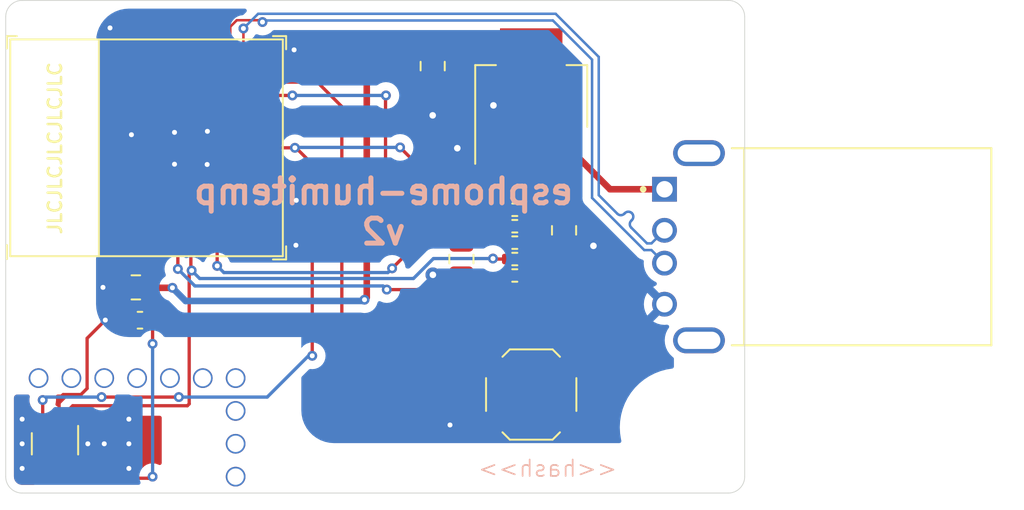
<source format=kicad_pcb>
(kicad_pcb (version 20221018) (generator pcbnew)
  (title_block (rev "1"))
  (layers (0 "F.Cu" signal "Front") (31 "B.Cu" signal "Back") (34 "B.Paste" user) (35 "F.Paste" user) (36 "B.SilkS" user "B.Silkscreen") (37 "F.SilkS" user "F.Silkscreen") (38 "B.Mask" user) (39 "F.Mask" user) (44 "Edge.Cuts" user))
  (net 0 "")
  (net 1 "VBUS")
  (net 2 "GND")
  (net 3 "+3V3")
  (net 4 "/EN")
  (net 5 "/GPIO0")
  (net 6 "D-")
  (net 7 "SDA")
  (net 8 "SCL")
  (net 9 "D+")
  (net 10 "Net-(U4-GPIO2{slash}ADC1_CH2)")
  (net 11 "Net-(U4-GPIO8)")
  (footprint "Resistor_SMD:R_0402_1005Metric" (layer "F.Cu") (at 121 66.75 180)
    (fp_text reference "R5" hide)
    (fp_text value "10k")
    (fp_line (start -0.153641 -0.38) (end 0.153641 -0.38) (stroke (width 0.12)) (layer "F.SilkS"))
    (fp_line (start -0.153641 0.38) (end 0.153641 0.38) (stroke (width 0.12)) (layer "F.SilkS"))
    (pad "1" smd roundrect (at -0.51 0 180) (size 0.54 0.64) (layers "F.Cu" "F.Paste" "F.Mask") (net 3 "+3V3"))
    (pad "2" smd roundrect (at 0.51 0 180) (size 0.54 0.64) (layers "F.Cu" "F.Paste" "F.Mask") (net 10 "Net-(U4-GPIO2{slash}ADC1_CH2)"))
  )
  (footprint "Capacitor_SMD:C_0805_2012Metric" (layer "F.Cu") (at 117.75 65.75 90)
    (fp_text reference "C4" hide)
    (fp_text value "10u")
    (fp_line (start -0.261252 -0.735) (end 0.261252 -0.735) (stroke (width 0.12)) (layer "F.SilkS"))
    (fp_line (start -0.261252 0.735) (end 0.261252 0.735) (stroke (width 0.12)) (layer "F.SilkS"))
    (pad "1" smd roundrect (at -0.95 0 90) (size 1 1.45) (layers "F.Cu" "F.Paste" "F.Mask") (net 2 "GND"))
    (pad "2" smd roundrect (at 0.95 0 90) (size 1 1.45) (layers "F.Cu" "F.Paste" "F.Mask") (net 4 "/EN"))
  )
  (footprint "MountingHole:MountingHole_3.2mm_M3" (layer "F.Cu") (at 131 76)
    (fp_text reference "H2" hide)
    (fp_text value "MountingHole")
    (pad "" np_thru_hole circle (at 0 0) (size 3.2 3.2) (drill 3.2) (layers "*.Cu" "*.Mask"))
  )
  (footprint "Resistor_SMD:R_0402_1005Metric" (layer "F.Cu") (at 121 63.75 180)
    (fp_text reference "R6" hide)
    (fp_text value "10k")
    (fp_line (start -0.153641 -0.38) (end 0.153641 -0.38) (stroke (width 0.12)) (layer "F.SilkS"))
    (fp_line (start -0.153641 0.38) (end 0.153641 0.38) (stroke (width 0.12)) (layer "F.SilkS"))
    (pad "1" smd roundrect (at -0.51 0 180) (size 0.54 0.64) (layers "F.Cu" "F.Paste" "F.Mask") (net 3 "+3V3"))
    (pad "2" smd roundrect (at 0.51 0 180) (size 0.54 0.64) (layers "F.Cu" "F.Paste" "F.Mask") (net 11 "Net-(U4-GPIO8)"))
  )
  (footprint "MountingHole:MountingHole_3.2mm_M3" (layer "F.Cu") (at 131 54)
    (fp_text reference "H1" hide)
    (fp_text value "MountingHole")
    (pad "" np_thru_hole circle (at 0 0) (size 3.2 3.2) (drill 3.2) (layers "*.Cu" "*.Mask"))
  )
  (footprint "Button_Switch_SMD:SW_Push_1P1T_XKB_TS-1187A" (layer "F.Cu") (at 122 74)
    (fp_text reference "SW1" hide)
    (fp_text value "RESET")
    (fp_line (start -2.75 -1) (end -2.75 1) (stroke (width 0.12)) (layer "F.SilkS"))
    (fp_line (start -1.75 -2.3) (end -1.3 -2.75) (stroke (width 0.12)) (layer "F.SilkS"))
    (fp_line (start -1.75 2.3) (end -1.3 2.75) (stroke (width 0.12)) (layer "F.SilkS"))
    (fp_line (start -1.3 -2.75) (end 1.3 -2.75) (stroke (width 0.12)) (layer "F.SilkS"))
    (fp_line (start -1.3 2.75) (end 1.3 2.75) (stroke (width 0.12)) (layer "F.SilkS"))
    (fp_line (start 1.75 -2.3) (end 1.3 -2.75) (stroke (width 0.12)) (layer "F.SilkS"))
    (fp_line (start 1.75 2.3) (end 1.3 2.75) (stroke (width 0.12)) (layer "F.SilkS"))
    (fp_line (start 2.75 -1) (end 2.75 1) (stroke (width 0.12)) (layer "F.SilkS"))
    (pad "1" smd rect (at -3 -1.875) (size 1 0.75) (layers "F.Cu" "F.Paste" "F.Mask") (net 5 "/GPIO0"))
    (pad "1" smd rect (at 3 -1.875) (size 1 0.75) (layers "F.Cu" "F.Paste" "F.Mask") (net 5 "/GPIO0"))
    (pad "2" smd rect (at -3 1.875) (size 1 0.75) (layers "F.Cu" "F.Paste" "F.Mask") (net 2 "GND"))
    (pad "2" smd rect (at 3 1.875) (size 1 0.75) (layers "F.Cu" "F.Paste" "F.Mask") (net 2 "GND"))
  )
  (footprint "Sensor_Humidity:Sensirion_DFN-8-1EP_2.5x2.5mm_P0.5mm_EP1.1x1.7mm" (layer "F.Cu") (at 93 77 -90)
    (fp_text reference "U1" hide)
    (fp_text value "SHT3x")
    (fp_line (start -1.09 -1.41) (end 0.65 -1.41) (stroke (width 0.12)) (layer "F.SilkS"))
    (fp_line (start -0.65 1.41) (end 0.65 1.41) (stroke (width 0.12)) (layer "F.SilkS"))
    (pad "1" smd rect (at -1.175 -0.75 270) (size 0.55 0.25) (layers "F.Cu" "F.Paste" "F.Mask") (net 7 "SDA"))
    (pad "2" smd rect (at -1.175 -0.25 270) (size 0.55 0.25) (layers "F.Cu" "F.Paste" "F.Mask") (net 2 "GND"))
    (pad "3" smd rect (at -1.175 0.25 270) (size 0.55 0.25) (layers "F.Cu" "F.Paste" "F.Mask"))
    (pad "4" smd rect (at -1.175 0.75 90) (size 0.55 0.25) (layers "F.Cu" "F.Paste" "F.Mask") (net 8 "SCL"))
    (pad "5" smd rect (at 1.175 0.75 270) (size 0.55 0.25) (layers "F.Cu" "F.Paste" "F.Mask") (net 3 "+3V3"))
    (pad "6" smd rect (at 1.175 0.25 270) (size 0.55 0.25) (layers "F.Cu" "F.Paste" "F.Mask"))
    (pad "7" smd rect (at 1.175 -0.25 270) (size 0.55 0.25) (layers "F.Cu" "F.Paste" "F.Mask") (net 2 "GND"))
    (pad "8" smd rect (at 1.175 -0.75 270) (size 0.55 0.25) (layers "F.Cu" "F.Paste" "F.Mask") (net 2 "GND"))
    (pad "9" smd custom (at 0 0 270) (size 1 1) (layers "F.Cu" "F.Mask") (net 2 "GND") (options (clearance outline) (anchor circle)) (primitives (gr_poly (pts (xy 0.5 0.85) (xy -0.5 0.85) (xy -0.5 -0.55) (xy -0.2 -0.85) (xy 0.5 -0.85)) (width 0) (fill yes))))
  )
  (footprint "Resistor_SMD:R_0402_1005Metric" (layer "F.Cu") (at 121 64.75 180)
    (fp_text reference "R4" hide)
    (fp_text value "10k")
    (fp_line (start -0.153641 -0.38) (end 0.153641 -0.38) (stroke (width 0.12)) (layer "F.SilkS"))
    (fp_line (start -0.153641 0.38) (end 0.153641 0.38) (stroke (width 0.12)) (layer "F.SilkS"))
    (pad "1" smd roundrect (at -0.51 0 180) (size 0.54 0.64) (layers "F.Cu" "F.Paste" "F.Mask") (net 3 "+3V3"))
    (pad "2" smd roundrect (at 0.51 0 180) (size 0.54 0.64) (layers "F.Cu" "F.Paste" "F.Mask") (net 4 "/EN"))
  )
  (footprint "Capacitor_SMD:C_0805_2012Metric" (layer "F.Cu") (at 124 64 -90)
    (fp_text reference "C1" hide)
    (fp_text value "1uF")
    (fp_line (start -0.261252 -0.735) (end 0.261252 -0.735) (stroke (width 0.12)) (layer "F.SilkS"))
    (fp_line (start -0.261252 0.735) (end 0.261252 0.735) (stroke (width 0.12)) (layer "F.SilkS"))
    (pad "1" smd roundrect (at -0.95 0 270) (size 1 1.45) (layers "F.Cu" "F.Paste" "F.Mask") (net 1 "VBUS"))
    (pad "2" smd roundrect (at 0.95 0 270) (size 1 1.45) (layers "F.Cu" "F.Paste" "F.Mask") (net 2 "GND"))
  )
  (footprint "Resistor_SMD:R_0402_1005Metric" (layer "F.Cu") (at 121 62.75 180)
    (fp_text reference "R3" hide)
    (fp_text value "10k")
    (fp_line (start -0.153641 -0.38) (end 0.153641 -0.38) (stroke (width 0.12)) (layer "F.SilkS"))
    (fp_line (start -0.153641 0.38) (end 0.153641 0.38) (stroke (width 0.12)) (layer "F.SilkS"))
    (pad "1" smd roundrect (at -0.51 0 180) (size 0.54 0.64) (layers "F.Cu" "F.Paste" "F.Mask") (net 3 "+3V3"))
    (pad "2" smd roundrect (at 0.51 0 180) (size 0.54 0.64) (layers "F.Cu" "F.Paste" "F.Mask") (net 8 "SCL"))
  )
  (footprint "Capacitor_SMD:C_0603_1608Metric" (layer "F.Cu") (at 98.175 69.475)
    (fp_text reference "C5" hide)
    (fp_text value "0.1u")
    (fp_line (start -0.14058 -0.51) (end 0.14058 -0.51) (stroke (width 0.12)) (layer "F.SilkS"))
    (fp_line (start -0.14058 0.51) (end 0.14058 0.51) (stroke (width 0.12)) (layer "F.SilkS"))
    (pad "1" smd roundrect (at -0.775 0) (size 0.9 0.95) (layers "F.Cu" "F.Paste" "F.Mask") (net 2 "GND"))
    (pad "2" smd roundrect (at 0.775 0) (size 0.9 0.95) (layers "F.Cu" "F.Paste" "F.Mask") (net 3 "+3V3"))
  )
  (footprint "Capacitor_SMD:C_0805_2012Metric" (layer "F.Cu") (at 116 54 -90)
    (fp_text reference "C2" hide)
    (fp_text value "1uF")
    (fp_line (start -0.261252 -0.735) (end 0.261252 -0.735) (stroke (width 0.12)) (layer "F.SilkS"))
    (fp_line (start -0.261252 0.735) (end 0.261252 0.735) (stroke (width 0.12)) (layer "F.SilkS"))
    (pad "1" smd roundrect (at -0.95 0 270) (size 1 1.45) (layers "F.Cu" "F.Paste" "F.Mask") (net 3 "+3V3"))
    (pad "2" smd roundrect (at 0.95 0 270) (size 1 1.45) (layers "F.Cu" "F.Paste" "F.Mask") (net 2 "GND"))
  )
  (footprint "Resistor_SMD:R_0402_1005Metric" (layer "F.Cu") (at 121 65.75 180)
    (fp_text reference "R2" hide)
    (fp_text value "10k")
    (fp_line (start -0.153641 -0.38) (end 0.153641 -0.38) (stroke (width 0.12)) (layer "F.SilkS"))
    (fp_line (start -0.153641 0.38) (end 0.153641 0.38) (stroke (width 0.12)) (layer "F.SilkS"))
    (pad "1" smd roundrect (at -0.51 0 180) (size 0.54 0.64) (layers "F.Cu" "F.Paste" "F.Mask") (net 3 "+3V3"))
    (pad "2" smd roundrect (at 0.51 0 180) (size 0.54 0.64) (layers "F.Cu" "F.Paste" "F.Mask") (net 7 "SDA"))
  )
  (footprint "esphome-humitemp:MOLEX_48037-0001" (layer "F.Cu") (at 132.217865 65 90)
    (fp_text reference "J2" hide)
    (fp_text value "USB_IN")
    (fp_line (start -6 2) (end -6 2.75) (stroke (width 0.127)) (layer "F.SilkS"))
    (fp_line (start -6 2.75) (end -6 17.8) (stroke (width 0.127)) (layer "F.SilkS"))
    (fp_line (start -6 2.75) (end 6 2.75) (stroke (width 0.127)) (layer "F.SilkS"))
    (fp_line (start -6 17.8) (end 6 17.8) (stroke (width 0.127)) (layer "F.SilkS"))
    (fp_line (start 6 2.75) (end 6 2) (stroke (width 0.127)) (layer "F.SilkS"))
    (fp_line (start 6 17.8) (end 6 2.75) (stroke (width 0.127)) (layer "F.SilkS"))
    (fp_circle (center 3.5 -3.4) (end 3.6 -3.4) (stroke (width 0.2)) (fill none) (layer "F.SilkS"))
    (pad "" np_thru_hole circle (at -2.25 0 90) (size 1.25 1.25) (drill 1.25) (layers "*.Cu" "*.Mask"))
    (pad "" np_thru_hole circle (at 2.25 0 90) (size 1.25 1.25) (drill 1.25) (layers "*.Cu" "*.Mask"))
    (pad "1" thru_hole rect (at 3.5 -2.1 90) (size 1.508 1.508) (drill 1) (layers "*.Cu" "*.Mask") (net 1 "VBUS"))
    (pad "2" thru_hole circle (at 1 -2.1 90) (size 1.508 1.508) (drill 1) (layers "*.Cu" "*.Mask") (net 6 "D-"))
    (pad "3" thru_hole circle (at -1 -2.1 90) (size 1.508 1.508) (drill 1) (layers "*.Cu" "*.Mask") (net 9 "D+"))
    (pad "4" thru_hole circle (at -3.5 -2.1 90) (size 1.508 1.508) (drill 1) (layers "*.Cu" "*.Mask") (net 2 "GND"))
    (pad "S1" thru_hole oval (at 5.7 0 90) (size 1.575 3.15) (drill oval 1.05 2.6) (layers "*.Cu" "*.Mask"))
    (pad "S2" thru_hole oval (at -5.7 0 90) (size 1.575 3.15) (drill oval 1.05 2.6) (layers "*.Cu" "*.Mask"))
  )
  (footprint "Capacitor_SMD:C_0805_2012Metric" (layer "F.Cu") (at 97.925 67.475)
    (fp_text reference "C6" hide)
    (fp_text value "10u")
    (fp_line (start -0.261252 -0.735) (end 0.261252 -0.735) (stroke (width 0.12)) (layer "F.SilkS"))
    (fp_line (start -0.261252 0.735) (end 0.261252 0.735) (stroke (width 0.12)) (layer "F.SilkS"))
    (pad "1" smd roundrect (at -0.95 0) (size 1 1.45) (layers "F.Cu" "F.Paste" "F.Mask") (net 2 "GND"))
    (pad "2" smd roundrect (at 0.95 0) (size 1 1.45) (layers "F.Cu" "F.Paste" "F.Mask") (net 3 "+3V3"))
  )
  (footprint "Package_TO_SOT_SMD:SOT-223-3_TabPin2" (layer "F.Cu") (at 122 55.85 90)
    (fp_text reference "U3" hide)
    (fp_text value "AMS1117-3.3")
    (fp_line (start -4.1 -3.41) (end 1.91 -3.41) (stroke (width 0.12)) (layer "F.SilkS"))
    (fp_line (start -1.85 3.41) (end 1.91 3.41) (stroke (width 0.12)) (layer "F.SilkS"))
    (fp_line (start 1.91 -3.41) (end 1.91 -2.15) (stroke (width 0.12)) (layer "F.SilkS"))
    (fp_line (start 1.91 3.41) (end 1.91 2.15) (stroke (width 0.12)) (layer "F.SilkS"))
    (pad "1" smd rect (at -3.15 -2.3 90) (size 2 1.5) (layers "F.Cu" "F.Paste" "F.Mask") (net 2 "GND"))
    (pad "2" smd rect (at -3.15 0 90) (size 2 1.5) (layers "F.Cu" "F.Paste" "F.Mask") (net 3 "+3V3"))
    (pad "2" smd rect (at 3.15 0 90) (size 2 3.8) (layers "F.Cu" "F.Paste" "F.Mask") (net 3 "+3V3"))
    (pad "3" smd rect (at -3.15 2.3 90) (size 2 1.5) (layers "F.Cu" "F.Paste" "F.Mask") (net 1 "VBUS"))
  )
  (footprint "Espressif:ESP32-C3-MINI-1" (layer "F.Cu") (at 98.575 58.975 90)
    (fp_text reference "U4" hide)
    (fp_text value "ESP32-C3-MINI-1")
    (fp_line (start -6.8 7.7) (end -6.8 8.5) (stroke (width 0.12)) (layer "F.SilkS"))
    (fp_line (start -6.8 8.5) (end -6 8.5) (stroke (width 0.12)) (layer "F.SilkS"))
    (fp_line (start -6.6 -8.3) (end 6.6 -8.3) (stroke (width 0.12)) (layer "F.SilkS"))
    (fp_line (start -6.6 -2.9) (end 6.6 -2.9) (stroke (width 0.12)) (layer "F.SilkS"))
    (fp_line (start -6.6 8.3) (end -6.6 -8.3) (stroke (width 0.12)) (layer "F.SilkS"))
    (fp_line (start -5.925 -8.5) (end -6.775 -8.5) (stroke (width 0.12)) (layer "F.SilkS"))
    (fp_line (start 6.05 -8.5) (end 6.8 -8.5) (stroke (width 0.12)) (layer "F.SilkS"))
    (fp_line (start 6.6 -8.3) (end 6.6 8.3) (stroke (width 0.12)) (layer "F.SilkS"))
    (fp_line (start 6.6 8.3) (end -6.6 8.3) (stroke (width 0.12)) (layer "F.SilkS"))
    (fp_line (start 6.8 -8.5) (end 6.8 -7.9) (stroke (width 0.12)) (layer "F.SilkS"))
    (fp_line (start 6.8 7.7) (end 6.8 8.5) (stroke (width 0.12)) (layer "F.SilkS"))
    (fp_line (start 6.8 8.5) (end 6 8.5) (stroke (width 0.12)) (layer "F.SilkS"))
    (pad "1" smd rect (at -5.9 -1.3 180) (size 0.4 0.8) (layers "F.Cu" "F.Paste" "F.Mask") (net 2 "GND"))
    (pad "2" smd rect (at -5.9 -0.5 180) (size 0.4 0.8) (layers "F.Cu" "F.Paste" "F.Mask") (net 2 "GND"))
    (pad "3" smd rect (at -5.9 0.3 180) (size 0.4 0.8) (layers "F.Cu" "F.Paste" "F.Mask") (net 3 "+3V3"))
    (pad "4" smd rect (at -5.9 1.1 180) (size 0.4 0.8) (layers "F.Cu" "F.Paste" "F.Mask"))
    (pad "5" smd rect (at -5.9 1.9 180) (size 0.4 0.8) (layers "F.Cu" "F.Paste" "F.Mask") (net 10 "Net-(U4-GPIO2{slash}ADC1_CH2)"))
    (pad "6" smd rect (at -5.9 2.7 180) (size 0.4 0.8) (layers "F.Cu" "F.Paste" "F.Mask") (net 7 "SDA"))
    (pad "7" smd rect (at -5.9 3.5 180) (size 0.4 0.8) (layers "F.Cu" "F.Paste" "F.Mask"))
    (pad "8" smd rect (at -5.9 4.3 180) (size 0.4 0.8) (layers "F.Cu" "F.Paste" "F.Mask") (net 4 "/EN"))
    (pad "9" smd rect (at -5.9 5.1 180) (size 0.4 0.8) (layers "F.Cu" "F.Paste" "F.Mask"))
    (pad "10" smd rect (at -5.9 5.9 180) (size 0.4 0.8) (layers "F.Cu" "F.Paste" "F.Mask"))
    (pad "11" smd rect (at -5.9 6.7 180) (size 0.4 0.8) (layers "F.Cu" "F.Paste" "F.Mask") (net 2 "GND"))
    (pad "12" smd rect (at -4.8 7.6 90) (size 0.4 0.8) (layers "F.Cu" "F.Paste" "F.Mask"))
    (pad "13" smd rect (at -4 7.6 90) (size 0.4 0.8) (layers "F.Cu" "F.Paste" "F.Mask"))
    (pad "14" smd rect (at -3.2 7.6 90) (size 0.4 0.8) (layers "F.Cu" "F.Paste" "F.Mask") (net 2 "GND"))
    (pad "15" smd rect (at -2.4 7.6 90) (size 0.4 0.8) (layers "F.Cu" "F.Paste" "F.Mask"))
    (pad "16" smd rect (at -1.6 7.6 90) (size 0.4 0.8) (layers "F.Cu" "F.Paste" "F.Mask"))
    (pad "17" smd rect (at -0.8 7.6 90) (size 0.4 0.8) (layers "F.Cu" "F.Paste" "F.Mask"))
    (pad "18" smd rect (at 0 7.6 90) (size 0.4 0.8) (layers "F.Cu" "F.Paste" "F.Mask") (net 8 "SCL"))
    (pad "19" smd rect (at 0.8 7.6 90) (size 0.4 0.8) (layers "F.Cu" "F.Paste" "F.Mask"))
    (pad "20" smd rect (at 1.6 7.6 90) (size 0.4 0.8) (layers "F.Cu" "F.Paste" "F.Mask"))
    (pad "21" smd rect (at 2.4 7.6 90) (size 0.4 0.8) (layers "F.Cu" "F.Paste" "F.Mask"))
    (pad "22" smd rect (at 3.2 7.6 90) (size 0.4 0.8) (layers "F.Cu" "F.Paste" "F.Mask") (net 11 "Net-(U4-GPIO8)"))
    (pad "23" smd rect (at 4 7.6 90) (size 0.4 0.8) (layers "F.Cu" "F.Paste" "F.Mask") (net 5 "/GPIO0"))
    (pad "24" smd rect (at 4.8 7.6 90) (size 0.4 0.8) (layers "F.Cu" "F.Paste" "F.Mask"))
    (pad "25" smd rect (at 5.9 6.7 180) (size 0.4 0.8) (layers "F.Cu" "F.Paste" "F.Mask"))
    (pad "26" smd rect (at 5.9 5.9 180) (size 0.4 0.8) (layers "F.Cu" "F.Paste" "F.Mask") (net 6 "D-"))
    (pad "27" smd rect (at 5.9 5.1 180) (size 0.4 0.8) (layers "F.Cu" "F.Paste" "F.Mask") (net 9 "D+"))
    (pad "28" smd rect (at 5.9 4.3 180) (size 0.4 0.8) (layers "F.Cu" "F.Paste" "F.Mask"))
    (pad "29" smd rect (at 5.9 3.5 180) (size 0.4 0.8) (layers "F.Cu" "F.Paste" "F.Mask"))
    (pad "30" smd rect (at 5.9 2.7 180) (size 0.4 0.8) (layers "F.Cu" "F.Paste" "F.Mask"))
    (pad "31" smd rect (at 5.9 1.9 180) (size 0.4 0.8) (layers "F.Cu" "F.Paste" "F.Mask"))
    (pad "32" smd rect (at 5.9 1.1 180) (size 0.4 0.8) (layers "F.Cu" "F.Paste" "F.Mask"))
    (pad "33" smd rect (at 5.9 0.3 180) (size 0.4 0.8) (layers "F.Cu" "F.Paste" "F.Mask"))
    (pad "34" smd rect (at 5.9 -0.5 180) (size 0.4 0.8) (layers "F.Cu" "F.Paste" "F.Mask"))
    (pad "35" smd rect (at 5.9 -1.3 180) (size 0.4 0.8) (layers "F.Cu" "F.Paste" "F.Mask"))
    (pad "36" smd rect (at 4.8 -2.2 90) (size 0.4 0.8) (layers "F.Cu" "F.Paste" "F.Mask") (net 2 "GND"))
    (pad "37" smd rect (at 4 -2.2 90) (size 0.4 0.8) (layers "F.Cu" "F.Paste" "F.Mask") (net 2 "GND"))
    (pad "38" smd rect (at 3.2 -2.2 90) (size 0.4 0.8) (layers "F.Cu" "F.Paste" "F.Mask") (net 2 "GND"))
    (pad "39" smd rect (at 2.4 -2.2 90) (size 0.4 0.8) (layers "F.Cu" "F.Paste" "F.Mask") (net 2 "GND"))
    (pad "40" smd rect (at 1.6 -2.2 90) (size 0.4 0.8) (layers "F.Cu" "F.Paste" "F.Mask") (net 2 "GND"))
    (pad "41" smd rect (at 0.8 -2.2 90) (size 0.4 0.8) (layers "F.Cu" "F.Paste" "F.Mask") (net 2 "GND"))
    (pad "42" smd rect (at 0 -2.2 90) (size 0.4 0.8) (layers "F.Cu" "F.Paste" "F.Mask") (net 2 "GND"))
    (pad "43" smd rect (at -0.8 -2.2 90) (size 0.4 0.8) (layers "F.Cu" "F.Paste" "F.Mask") (net 2 "GND"))
    (pad "44" smd rect (at -1.6 -2.2 90) (size 0.4 0.8) (layers "F.Cu" "F.Paste" "F.Mask") (net 2 "GND"))
    (pad "45" smd rect (at -2.4 -2.2 90) (size 0.4 0.8) (layers "F.Cu" "F.Paste" "F.Mask") (net 2 "GND"))
    (pad "46" smd rect (at -3.2 -2.2 90) (size 0.4 0.8) (layers "F.Cu" "F.Paste" "F.Mask") (net 2 "GND"))
    (pad "47" smd rect (at -4 -2.2 90) (size 0.4 0.8) (layers "F.Cu" "F.Paste" "F.Mask") (net 2 "GND"))
    (pad "48" smd rect (at -4.8 -2.2 90) (size 0.4 0.8) (layers "F.Cu" "F.Paste" "F.Mask") (net 2 "GND"))
    (pad "49" smd custom (at -1.975 0.725 90) (size 0.8 0.8) (layers "F.Cu" "F.Paste" "F.Mask") (net 2 "GND") (options (clearance outline) (anchor rect)) (primitives (gr_poly (pts (xy 0.725 0.725) (xy -0.725 0.725) (xy -0.725 -0.125) (xy -0.125 -0.725) (xy 0.725 -0.725)) (width 0) (fill yes))))
    (pad "49" smd rect (at -1.975 2.7 180) (size 1.45 1.45) (layers "F.Cu" "F.Paste" "F.Mask") (net 2 "GND"))
    (pad "49" smd rect (at -1.975 4.675 180) (size 1.45 1.45) (layers "F.Cu" "F.Paste" "F.Mask") (net 2 "GND"))
    (pad "49" smd rect (at 0 0.725 180) (size 1.45 1.45) (layers "F.Cu" "F.Paste" "F.Mask") (net 2 "GND"))
    (pad "49" smd rect (at 0 2.7 180) (size 1.45 1.45) (layers "F.Cu" "F.Paste" "F.Mask") (net 2 "GND"))
    (pad "49" smd rect (at 0 4.675 180) (size 1.45 1.45) (layers "F.Cu" "F.Paste" "F.Mask") (net 2 "GND"))
    (pad "49" smd rect (at 1.975 0.725 180) (size 1.45 1.45) (layers "F.Cu" "F.Paste" "F.Mask") (net 2 "GND"))
    (pad "49" smd rect (at 1.975 2.7 180) (size 1.45 1.45) (layers "F.Cu" "F.Paste" "F.Mask") (net 2 "GND"))
    (pad "49" smd rect (at 1.975 4.675 180) (size 1.45 1.45) (layers "F.Cu" "F.Paste" "F.Mask") (net 2 "GND"))
    (pad "50" smd rect (at 5.95 -2.25 180) (size 0.7 0.7) (layers "F.Cu" "F.Paste" "F.Mask") (net 2 "GND"))
    (pad "51" smd rect (at 5.95 7.65 180) (size 0.7 0.7) (layers "F.Cu" "F.Paste" "F.Mask") (net 2 "GND"))
    (pad "52" smd rect (at -5.95 7.65 180) (size 0.7 0.7) (layers "F.Cu" "F.Paste" "F.Mask") (net 2 "GND"))
    (pad "53" smd rect (at -5.95 -2.25 180) (size 0.7 0.7) (layers "F.Cu" "F.Paste" "F.Mask") (net 2 "GND"))
    (zone (net 0) (net_name "") (layers "*.Cu") (name "antenna keepout") (connect_pads (clearance 0)) (min_thickness 0.254)
      (keepout (tracks not_allowed) (vias not_allowed) (pads not_allowed) (copperpour not_allowed) (footprints not_allowed))
      (fill (thermal_gap 0.508) (thermal_bridge_width 0.508))
      (polygon (pts (xy 95.675 52.375) (xy 95.675 65.575) (xy 90.275 65.575) (xy 90.275 52.375)))
    )
  )
  (gr_arc (start 135 79) (mid 134.707107 79.707107) (end 134 80) (stroke (width 0.05)) (layer "Edge.Cuts"))
  (gr_arc (start 90 51) (mid 90.292893 50.292893) (end 91 50) (stroke (width 0.05)) (layer "Edge.Cuts"))
  (gr_arc (start 134 50) (mid 134.707107 50.292893) (end 135 51) (stroke (width 0.05)) (layer "Edge.Cuts"))
  (gr_line (start 91 80) (end 134 80) (stroke (width 0.05)) (layer "Edge.Cuts"))
  (gr_arc (start 91 80) (mid 90.292893 79.707107) (end 90 79) (stroke (width 0.05)) (layer "Edge.Cuts"))
  (gr_line (start 135 79) (end 135 51) (stroke (width 0.05)) (layer "Edge.Cuts"))
  (gr_line (start 90 51) (end 90 79) (stroke (width 0.05)) (layer "Edge.Cuts"))
  (gr_line (start 134 50) (end 91 50) (stroke (width 0.05)) (layer "Edge.Cuts"))
  (gr_text "esphome-humitemp\nv2" (at 113 62.865) (layer "B.SilkS") (effects (font (size 1.524 1.524) (thickness 0.3048)) (justify mirror)))
  (gr_text "<<hash>>" (at 123 78.5) (layer "B.SilkS") (effects (font (size 1 1) (thickness 0.1)) (justify mirror)))
  (gr_text "JLCJLCJLCJLCJLC" (at 93 59 90) (layer "F.SilkS") (effects (font (size 0.8128 0.8128) (thickness 0.1524))))
  (via (at 104 77) (size 1.2) (drill 1) (layers "F.Cu" "B.Cu") (net 0))
  (via (at 100 73) (size 1.2) (drill 1) (layers "F.Cu" "B.Cu") (net 0))
  (via (at 102 73) (size 1.2) (drill 1) (layers "F.Cu" "B.Cu") (net 0))
  (via (at 92 73) (size 1.2) (drill 1) (layers "F.Cu" "B.Cu") (net 0))
  (via (at 104 79) (size 1.2) (drill 1) (layers "F.Cu" "B.Cu") (net 0))
  (via (at 98 73) (size 1.2) (drill 1) (layers "F.Cu" "B.Cu") (net 0))
  (via (at 104 73) (size 1.2) (drill 1) (layers "F.Cu" "B.Cu") (net 0))
  (via (at 104 75) (size 1.2) (drill 1) (layers "F.Cu" "B.Cu") (net 0))
  (via (at 94 73) (size 1.2) (drill 1) (layers "F.Cu" "B.Cu") (net 0))
  (via (at 96 73) (size 1.2) (drill 1) (layers "F.Cu" "B.Cu") (net 0))
  (segment (start 124.3 59) (end 124.3 62.75) (width 0.4) (layer "F.Cu") (net 1))
  (segment (start 124.3 62.75) (end 124 63.05) (width 0.4) (layer "F.Cu") (net 1))
  (segment (start 130.117865 61.5) (end 126.8 61.5) (width 0.4) (layer "F.Cu") (net 1))
  (segment (start 126.8 61.5) (end 124.3 59) (width 0.4) (layer "F.Cu") (net 1))
  (segment (start 93.25 74.25) (end 93.25 75.825) (width 0.2) (layer "F.Cu") (net 2))
  (segment (start 96.375 58.975) (end 99.3 58.975) (width 0.2) (layer "F.Cu") (net 2))
  (segment (start 93.75 78.175) (end 93.25 78.175) (width 0.2) (layer "F.Cu") (net 2))
  (segment (start 95 77) (end 96 77) (width 0.2) (layer "F.Cu") (net 2))
  (segment (start 93 77) (end 93.25 76.75) (width 0.2) (layer "F.Cu") (net 2))
  (segment (start 102.278125 57.971875) (end 102.281923 57.971875) (width 0.2) (layer "F.Cu") (net 2))
  (segment (start 100.335474 58.035474) (end 102.266024 59.966024) (width 0.2) (layer "F.Cu") (net 2))
  (segment (start 119.699999 56.392456) (end 119.7 56.392457) (width 0.4) (layer "F.Cu") (net 2))
  (segment (start 116.022612 66.7) (end 116.011279 66.711333) (width 0.2) (layer "F.Cu") (net 2))
  (segment (start 96.065157 69.467327) (end 94.956054 70.57643) (width 0.2) (layer "F.Cu") (net 2))
  (segment (start 96.325 53.025) (end 96.325 51.701962) (width 0.2) (layer "F.Cu") (net 2))
  (segment (start 124 64.95) (end 125.786039 64.95) (width 0.2) (layer "F.Cu") (net 2))
  (segment (start 99.3 57) (end 100.278566 57.978566) (width 0.2) (layer "F.Cu") (net 2))
  (segment (start 99.3 60.95) (end 100.274768 59.975232) (width 0.2) (layer "F.Cu") (net 2))
  (segment (start 97.4 69.475) (end 96.07283 69.475) (width 0.2) (layer "F.Cu") (net 2))
  (segment (start 93 77) (end 93.25 77.25) (width 0.2) (layer "F.Cu") (net 2))
  (segment (start 100.274768 59.975232) (end 100.278566 59.975232) (width 0.2) (layer "F.Cu") (net 2))
  (segment (start 100.278566 59.975232) (end 100.278566 59.971434) (width 0.2) (layer "F.Cu") (net 2))
  (segment (start 116 54.95) (end 116 57) (width 0.4) (layer "F.Cu") (net 2))
  (segment (start 99.3 57) (end 103.25 57) (width 0.2) (layer "F.Cu") (net 2))
  (segment (start 107.692792 62.175) (end 107.693107 62.174685) (width 0.2) (layer "F.Cu") (net 2))
  (segment (start 106.175 62.175) (end 107.692792 62.175) (width 0.2) (layer "F.Cu") (net 2))
  (segment (start 125.786039 64.95) (end 125.789568 64.946471) (width 0.2) (layer "F.Cu") (net 2))
  (segment (start 96.375 58.175) (end 97.651552 58.175) (width 0.2) (layer "F.Cu") (net 2))
  (segment (start 96.325 64.925) (end 98.025 64.925) (width 0.2) (layer "F.Cu") (net 2))
  (segment (start 117.75 66.7) (end 116.022612 66.7) (width 0.2) (layer "F.Cu") (net 2))
  (segment (start 106.225 64.925) (end 107.656333 64.925) (width 0.2) (layer "F.Cu") (net 2))
  (segment (start 102.266024 59.991132) (end 102.291132 59.991132) (width 0.2) (layer "F.Cu") (net 2))
  (segment (start 94.956054 73.628724) (end 94.584778 74) (width 0.2) (layer "F.Cu") (net 2))
  (segment (start 107.656333 64.925) (end 107.671907 64.909426) (width 0.2) (layer "F.Cu") (net 2))
  (segment (start 93 77) (end 95 77) (width 0.2) (layer "F.Cu") (net 2))
  (segment (start 117.076017 75.875) (end 117.055287 75.85427) (width 0.2) (layer "F.Cu") (net 2))
  (segment (start 105.275 64.875) (end 106.175 64.875) (width 0.2) (layer "F.Cu") (net 2))
  (segment (start 119.7 59) (end 117.5 59) (width 0.4) (layer "F.Cu") (net 2))
  (segment (start 103.25 57) (end 103.25 60.95) (width 0.2) (layer "F.Cu") (net 2))
  (segment (start 100.278566 57.978566) (end 100.278566 58.035474) (width 0.2) (layer "F.Cu") (net 2))
  (segment (start 102.291132 59.991132) (end 103.25 60.95) (width 0.2) (layer "F.Cu") (net 2))
  (segment (start 100.278566 58.035474) (end 100.335474 58.035474) (width 0.2) (layer "F.Cu") (net 2))
  (segment (start 119 75.875) (end 125 75.875) (width 0.2) (layer "F.Cu") (net 2))
  (segment (start 98.025 64.925) (end 98.075 64.875) (width 0.2) (layer "F.Cu") (net 2))
  (segment (start 119.7 56.392457) (end 119.7 59) (width 0.4) (layer "F.Cu") (net 2))
  (segment (start 96.325 53.025) (end 96.325 64.925) (width 0.2) (layer "F.Cu") (net 2))
  (segment (start 103.25 60.95) (end 99.3 60.95) (width 0.2) (layer "F.Cu") (net 2))
  (segment (start 119 75.875) (end 117.076017 75.875) (width 0.2) (layer "F.Cu") (net 2))
  (segment (start 96.325 51.701962) (end 96.351351 51.675611) (width 0.2) (layer "F.Cu") (net 2))
  (segment (start 93.25 76.75) (end 93.25 75.825) (width 0.2) (layer "F.Cu") (net 2))
  (segment (start 102.281923 57.971875) (end 102.281923 57.968077) (width 0.2) (layer "F.Cu") (net 2))
  (segment (start 107.546791 53.025) (end 107.560609 53.011182) (width 0.2) (layer "F.Cu") (net 2))
  (segment (start 94.956054 70.57643) (end 94.956054 73.628724) (width 0.2) (layer "F.Cu") (net 2))
  (segment (start 93.5 74) (end 93.25 74.25) (width 0.2) (layer "F.Cu") (net 2))
  (segment (start 106.225 53.025) (end 107.546791 53.025) (width 0.2) (layer "F.Cu") (net 2))
  (segment (start 97.651552 58.175) (end 97.655123 58.178571) (width 0.2) (layer "F.Cu") (net 2))
  (segment (start 94.584778 74) (end 93.5 74) (width 0.2) (layer "F.Cu") (net 2))
  (segment (start 93.25 77.25) (end 93.25 78.175) (width 0.2) (layer "F.Cu") (net 2))
  (segment (start 102.266024 59.966024) (end 102.266024 59.991132) (width 0.2) (layer "F.Cu") (net 2))
  (segment (start 103.25 58.975) (end 99.3 58.975) (width 0.2) (layer "F.Cu") (net 2))
  (segment (start 102.281923 57.968077) (end 103.25 57) (width 0.2) (layer "F.Cu") (net 2))
  (segment (start 100.278566 59.971434) (end 102.278125 57.971875) (width 0.2) (layer "F.Cu") (net 2))
  (segment (start 99.3 57) (end 99.3 60.95) (width 0.2) (layer "F.Cu") (net 2))
  (segment (start 106.175 64.875) (end 106.225 64.925) (width 0.2) (layer "F.Cu") (net 2))
  (segment (start 96.07283 69.475) (end 96.065157 69.467327) (width 0.2) (layer "F.Cu") (net 2))
  (segment (start 95.92206 67.475) (end 96.975 67.475) (width 0.2) (layer "F.Cu") (net 2))
  (via (at 116 57) (size 0.9) (drill 0.4) (layers "F.Cu" "B.Cu") (net 2))
  (via (at 116.011279 66.711333) (size 0.9) (drill 0.4) (layers "F.Cu" "B.Cu") (net 2))
  (via (at 96 77) (size 0.6) (drill 0.3) (layers "F.Cu" "B.Cu") (net 2))
  (via (at 125.789568 64.946471) (size 0.9) (drill 0.4) (layers "F.Cu" "B.Cu") (net 2))
  (via (at 117.5 59) (size 0.9) (drill 0.4) (layers "F.Cu" "B.Cu") (net 2))
  (via (at 97.5 77) (size 0.6) (drill 0.3) (layers "F.Cu" "B.Cu") (net 2))
  (via (at 97.5 75.5) (size 0.6) (drill 0.3) (layers "F.Cu" "B.Cu") (net 2))
  (via (at 91 75.5) (size 0.6) (drill 0.3) (layers "F.Cu" "B.Cu") (net 2))
  (via (at 102.281923 57.971875) (size 0.6) (drill 0.3) (layers "F.Cu" "B.Cu") (net 2))
  (via (at 91 78.5) (size 0.6) (drill 0.3) (layers "F.Cu" "B.Cu") (net 2))
  (via (at 97.5 78.5) (size 0.6) (drill 0.3) (layers "F.Cu" "B.Cu") (net 2))
  (via (at 117.055287 75.85427) (size 0.6) (drill 0.3) (layers "F.Cu" "B.Cu") (net 2))
  (via (at 107.671907 64.909426) (size 0.6) (drill 0.3) (layers "F.Cu" "B.Cu") (net 2))
  (via (at 100.278566 58.035474) (size 0.6) (drill 0.3) (layers "F.Cu" "B.Cu") (net 2))
  (via (at 95 77) (size 0.6) (drill 0.3) (layers "F.Cu" "B.Cu") (net 2))
  (via (at 96.351351 51.675611) (size 0.6) (drill 0.3) (layers "F.Cu" "B.Cu") (net 2))
  (via (at 107.560609 53.011182) (size 0.6) (drill 0.3) (layers "F.Cu" "B.Cu") (net 2))
  (via (at 97.655123 58.178571) (size 0.6) (drill 0.3) (layers "F.Cu" "B.Cu") (net 2))
  (via (at 95.92206 67.475) (size 0.6) (drill 0.3) (layers "F.Cu" "B.Cu") (net 2))
  (via (at 119.699999 56.392456) (size 0.9) (drill 0.4) (layers "F.Cu" "B.Cu") (net 2))
  (via (at 107.693107 62.174685) (size 0.6) (drill 0.3) (layers "F.Cu" "B.Cu") (net 2))
  (via (at 96.065157 69.467327) (size 0.6) (drill 0.3) (layers "F.Cu" "B.Cu") (net 2))
  (via (at 100.278566 59.975232) (size 0.6) (drill 0.3) (layers "F.Cu" "B.Cu") (net 2))
  (via (at 102.266024 59.991132) (size 0.6) (drill 0.3) (layers "F.Cu" "B.Cu") (net 2))
  (via (at 91 77) (size 0.6) (drill 0.3) (layers "F.Cu" "B.Cu") (net 2))
  (segment (start 111.986016 68.088914) (end 111.986016 53.63657) (width 0.4) (layer "F.Cu") (net 3))
  (segment (start 98.880728 67.469272) (end 98.875 67.475) (width 0.4) (layer "F.Cu") (net 3))
  (segment (start 98.943755 70.908856) (end 98.943755 69.481245) (width 0.2) (layer "F.Cu") (net 3))
  (segment (start 112.572586 53.05) (end 116 53.05) (width 0.4) (layer "F.Cu") (net 3))
  (segment (start 98.875 67.475) (end 98.875 64.875) (width 0.4) (layer "F.Cu") (net 3))
  (segment (start 122 52.7) (end 122 59) (width 0.4) (layer "F.Cu") (net 3))
  (segment (start 92.440795 79.09718) (end 92.25 78.906385) (width 0.2) (layer "F.Cu") (net 3))
  (segment (start 116.35 52.7) (end 116 53.05) (width 0.4) (layer "F.Cu") (net 3))
  (segment (start 98.943755 79) (end 98.770641 79) (width 0.2) (layer "F.Cu") (net 3))
  (segment (start 98.95 69.475) (end 98.95 67.55) (width 0.4) (layer "F.Cu") (net 3))
  (segment (start 98.943755 69.481245) (end 98.95 69.475) (width 0.2) (layer "F.Cu") (net 3))
  (segment (start 98.770641 79) (end 98.673461 79.09718) (width 0.2) (layer "F.Cu") (net 3))
  (segment (start 122 59) (end 122 61.215501) (width 0.4) (layer "F.Cu") (net 3))
  (segment (start 92.25 78.906385) (end 92.25 78.175) (width 0.2) (layer "F.Cu") (net 3))
  (segment (start 98.95 67.55) (end 98.875 67.475) (width 0.4) (layer "F.Cu") (net 3))
  (segment (start 98.673461 79.09718) (end 92.440795 79.09718) (width 0.2) (layer "F.Cu") (net 3))
  (segment (start 122 52.7) (end 116.35 52.7) (width 0.4) (layer "F.Cu") (net 3))
  (segment (start 111.848867 68.226063) (end 111.986016 68.088914) (width 0.4) (layer "F.Cu") (net 3))
  (segment (start 122 61.215501) (end 121.51 61.705501) (width 0.4) (layer "F.Cu") (net 3))
  (segment (start 111.986016 53.63657) (end 112.572586 53.05) (width 0.4) (layer "F.Cu") (net 3))
  (segment (start 121.51 61.705501) (end 121.51 66.75) (width 0.4) (layer "F.Cu") (net 3))
  (segment (start 100.151369 67.50107) (end 98.90107 67.50107) (width 0.4) (layer "F.Cu") (net 3))
  (segment (start 98.90107 67.50107) (end 98.875 67.475) (width 0.4) (layer "F.Cu") (net 3))
  (via (at 111.848867 68.226063) (size 0.6) (drill 0.3) (layers "F.Cu" "B.Cu") (net 3))
  (via (at 98.943755 79) (size 0.6) (drill 0.3) (layers "F.Cu" "B.Cu") (net 3))
  (via (at 98.943755 70.908856) (size 0.6) (drill 0.3) (layers "F.Cu" "B.Cu") (net 3))
  (via (at 100.151369 67.50107) (size 0.6) (drill 0.3) (layers "F.Cu" "B.Cu") (net 3))
  (segment (start 111.848867 68.226063) (end 111.772923 68.302007) (width 0.4) (layer "B.Cu") (net 3))
  (segment (start 98.943755 79) (end 98.943755 70.908856) (width 0.2) (layer "B.Cu") (net 3))
  (segment (start 100.952306 68.302007) (end 100.151369 67.50107) (width 0.4) (layer "B.Cu") (net 3))
  (segment (start 111.772923 68.302007) (end 100.952306 68.302007) (width 0.4) (layer "B.Cu") (net 3))
  (segment (start 102.876159 66.167121) (end 102.876159 65.130159) (width 0.2) (layer "F.Cu") (net 4))
  (segment (start 117.8 64.75) (end 117.75 64.8) (width 0.2) (layer "F.Cu") (net 4))
  (segment (start 102.876159 65.130159) (end 102.875 65.129) (width 0.2) (layer "F.Cu") (net 4))
  (segment (start 115.047099 64.8) (end 117.75 64.8) (width 0.2) (layer "F.Cu") (net 4))
  (segment (start 113.530899 66.3162) (end 115.047099 64.8) (width 0.2) (layer "F.Cu") (net 4))
  (segment (start 102.875 65.129) (end 102.875 64.875) (width 0.2) (layer "F.Cu") (net 4))
  (segment (start 120.49 64.75) (end 117.8 64.75) (width 0.2) (layer "F.Cu") (net 4))
  (via (at 102.876159 66.167121) (size 0.6) (drill 0.3) (layers "F.Cu" "B.Cu") (net 4))
  (via (at 113.530899 66.3162) (size 0.6) (drill 0.3) (layers "F.Cu" "B.Cu") (net 4))
  (segment (start 103.281198 66.57216) (end 113.274939 66.57216) (width 0.2) (layer "B.Cu") (net 4))
  (segment (start 102.876159 66.167121) (end 103.281198 66.57216) (width 0.2) (layer "B.Cu") (net 4))
  (segment (start 113.274939 66.57216) (end 113.530899 66.3162) (width 0.2) (layer "B.Cu") (net 4))
  (segment (start 119 72.125) (end 110.625 72.125) (width 0.2) (layer "F.Cu") (net 5))
  (segment (start 125 72.125) (end 119 72.125) (width 0.2) (layer "F.Cu") (net 5))
  (segment (start 110.625 72.125) (end 110.467935 71.967935) (width 0.2) (layer "F.Cu") (net 5))
  (segment (start 110.467935 56.467935) (end 108.975 54.975) (width 0.2) (layer "F.Cu") (net 5))
  (segment (start 108.975 54.975) (end 106.175 54.975) (width 0.2) (layer "F.Cu") (net 5))
  (segment (start 110.467935 71.967935) (end 110.467935 56.467935) (width 0.2) (layer "F.Cu") (net 5))
  (segment (start 104.475 51.710006) (end 104.475 53.075) (width 0.1524) (layer "F.Cu") (net 6))
  (via (at 104.475 51.710006) (size 0.6) (drill 0.3) (layers "F.Cu" "B.Cu") (net 6))
  (segment (start 129.051549 64.796799) (end 129.321066 64.796799) (width 0.1524) (layer "B.Cu") (net 6))
  (segment (start 127.669238 62.990224) (end 127.704061 62.955402) (width 0.1524) (layer "B.Cu") (net 6))
  (segment (start 104.475 51.710006) (end 105.369835 50.815171) (width 0.1524) (layer "B.Cu") (net 6))
  (segment (start 105.369835 50.815171) (end 123.488789 50.815171) (width 0.1524) (layer "B.Cu") (net 6))
  (segment (start 128.093501 63.838751) (end 128.093502 63.838752) (width 0.1524) (layer "B.Cu") (net 6))
  (segment (start 128.128325 63.379666) (end 128.093501 63.414487) (width 0.1524) (layer "B.Cu") (net 6))
  (segment (start 123.488789 50.815171) (end 126.112015 53.438397) (width 0.1524) (layer "B.Cu") (net 6))
  (segment (start 127.669239 62.990223) (end 127.669238 62.990224) (width 0.1524) (layer "B.Cu") (net 6))
  (segment (start 129.321066 64.796799) (end 130.117865 64) (width 0.1524) (layer "B.Cu") (net 6))
  (segment (start 126.112015 61.857265) (end 127.244974 62.990224) (width 0.1524) (layer "B.Cu") (net 6))
  (segment (start 128.128324 63.379667) (end 128.128325 63.379666) (width 0.1524) (layer "B.Cu") (net 6))
  (segment (start 126.112015 53.438397) (end 126.112015 61.857265) (width 0.1524) (layer "B.Cu") (net 6))
  (segment (start 128.093502 63.838752) (end 129.051549 64.796799) (width 0.1524) (layer "B.Cu") (net 6))
  (arc (start 128.093501 63.414487) (mid 128.005633 63.626619) (end 128.093501 63.838751) (width 0.1524) (layer "B.Cu") (net 6))
  (arc (start 127.704061 62.955402) (mid 127.916193 62.867534) (end 128.128325 62.955402) (width 0.1524) (layer "B.Cu") (net 6))
  (arc (start 127.244974 62.990224) (mid 127.457108 63.078093) (end 127.669239 62.990223) (width 0.1524) (layer "B.Cu") (net 6))
  (arc (start 128.128325 62.955402) (mid 128.216192 63.167534) (end 128.128324 63.379667) (width 0.1524) (layer "B.Cu") (net 6))
  (segment (start 101.275 66.400678) (end 101.275 64.875) (width 0.2) (layer "F.Cu") (net 7))
  (segment (start 101.173 66.598214) (end 101.173 74.570529) (width 0.2) (layer "F.Cu") (net 7))
  (segment (start 101.173 74.570529) (end 101.061523 74.682006) (width 0.2) (layer "F.Cu") (net 7))
  (segment (start 119.701261 65.75) (end 119.671154 65.719893) (width 0.2) (layer "F.Cu") (net 7))
  (segment (start 93.75 75.013579) (end 93.75 75.825) (width 0.2) (layer "F.Cu") (net 7))
  (segment (start 101.061523 74.682006) (end 94.081573 74.682006) (width 0.2) (layer "F.Cu") (net 7))
  (segment (start 101.322768 66.448446) (end 101.173 66.598214) (width 0.2) (layer "F.Cu") (net 7))
  (segment (start 94.081573 74.682006) (end 93.75 75.013579) (width 0.2) (layer "F.Cu") (net 7))
  (segment (start 120.49 65.75) (end 119.701261 65.75) (width 0.2) (layer "F.Cu") (net 7))
  (segment (start 101.322768 66.448446) (end 101.275 66.400678) (width 0.2) (layer "F.Cu") (net 7))
  (via (at 101.322768 66.448446) (size 0.6) (drill 0.3) (layers "F.Cu" "B.Cu") (net 7))
  (via (at 119.671154 65.719893) (size 0.6) (drill 0.3) (layers "F.Cu" "B.Cu") (net 7))
  (segment (start 114.830184 66.935005) (end 116.045296 65.719893) (width 0.2) (layer "B.Cu") (net 7))
  (segment (start 101.322768 66.448446) (end 101.809327 66.935005) (width 0.2) (layer "B.Cu") (net 7))
  (segment (start 116.045296 65.719893) (end 119.671154 65.719893) (width 0.2) (layer "B.Cu") (net 7))
  (segment (start 101.809327 66.935005) (end 114.830184 66.935005) (width 0.2) (layer "B.Cu") (net 7))
  (segment (start 120.49 62.75) (end 117.812301 62.75) (width 0.2) (layer "F.Cu") (net 8))
  (segment (start 92.251765 75.340943) (end 92.25 75.342708) (width 0.2) (layer "F.Cu") (net 8))
  (segment (start 95.835835 74.155506) (end 100.542134 74.155506) (width 0.2) (layer "F.Cu") (net 8))
  (segment (start 92.25 75.342708) (end 92.25 75.825) (width 0.2) (layer "F.Cu") (net 8))
  (segment (start 117.812301 62.75) (end 114.014691 58.95239) (width 0.2) (layer "F.Cu") (net 8))
  (segment (start 107.674237 58.975) (end 107.610035 58.975) (width 0.2) (layer "F.Cu") (net 8))
  (segment (start 92.251765 74.333965) (end 92.251765 75.340943) (width 0.2) (layer "F.Cu") (net 8))
  (segment (start 108.665633 59.966396) (end 107.674237 58.975) (width 0.2) (layer "F.Cu") (net 8))
  (segment (start 108.665633 71.641623) (end 108.665633 59.966396) (width 0.2) (layer "F.Cu") (net 8))
  (segment (start 107.610035 58.975) (end 106.175 58.975) (width 0.2) (layer "F.Cu") (net 8))
  (via (at 107.610035 58.975) (size 0.6) (drill 0.3) (layers "F.Cu" "B.Cu") (net 8))
  (via (at 100.542134 74.155506) (size 0.6) (drill 0.3) (layers "F.Cu" "B.Cu") (net 8))
  (via (at 95.835835 74.155506) (size 0.6) (drill 0.3) (layers "F.Cu" "B.Cu") (net 8))
  (via (at 114.014691 58.95239) (size 0.6) (drill 0.3) (layers "F.Cu" "B.Cu") (net 8))
  (via (at 92.251765 74.333965) (size 0.6) (drill 0.3) (layers "F.Cu" "B.Cu") (net 8))
  (via (at 108.665633 71.641623) (size 0.6) (drill 0.3) (layers "F.Cu" "B.Cu") (net 8))
  (segment (start 114.014691 58.95239) (end 107.632645 58.95239) (width 0.2) (layer "B.Cu") (net 8))
  (segment (start 105.923328 74.155506) (end 100.542134 74.155506) (width 0.2) (layer "B.Cu") (net 8))
  (segment (start 92.294164 74.376364) (end 92.251765 74.333965) (width 0.2) (layer "B.Cu") (net 8))
  (segment (start 108.665633 71.641623) (end 108.437211 71.641623) (width 0.2) (layer "B.Cu") (net 8))
  (segment (start 92.251765 74.333965) (end 92.430224 74.155506) (width 0.2) (layer "B.Cu") (net 8))
  (segment (start 92.430224 74.155506) (end 95.835835 74.155506) (width 0.2) (layer "B.Cu") (net 8))
  (segment (start 108.437211 71.641623) (end 105.923328 74.155506) (width 0.2) (layer "B.Cu") (net 8))
  (segment (start 107.632645 58.95239) (end 107.610035 58.975) (width 0.2) (layer "B.Cu") (net 8))
  (segment (start 105.635115 51.317871) (end 105.52405 51.206806) (width 0.1524) (layer "F.Cu") (net 9))
  (segment (start 103.675 51.602154) (end 103.675 53.075) (width 0.1524) (layer "F.Cu") (net 9))
  (segment (start 105.52405 51.206806) (end 104.070348 51.206806) (width 0.1524) (layer "F.Cu") (net 9))
  (segment (start 104.070348 51.206806) (end 103.675 51.602154) (width 0.1524) (layer "F.Cu") (net 9))
  (via (at 105.635115 51.317871) (size 0.6) (drill 0.3) (layers "F.Cu" "B.Cu") (net 9))
  (segment (start 105.635115 51.317871) (end 105.731415 51.221571) (width 0.1524) (layer "B.Cu") (net 9))
  (segment (start 129.321066 65.203201) (end 130.117865 66) (width 0.1524) (layer "B.Cu") (net 9))
  (segment (start 105.731415 51.221571) (end 123.320449 51.221571) (width 0.1524) (layer "B.Cu") (net 9))
  (segment (start 125.705615 62.025605) (end 128.883211 65.203201) (width 0.1524) (layer "B.Cu") (net 9))
  (segment (start 123.320449 51.221571) (end 125.705615 53.606737) (width 0.1524) (layer "B.Cu") (net 9))
  (segment (start 128.883211 65.203201) (end 129.321066 65.203201) (width 0.1524) (layer "B.Cu") (net 9))
  (segment (start 125.705615 53.606737) (end 125.705615 62.025605) (width 0.1524) (layer "B.Cu") (net 9))
  (segment (start 100.482501 66.352764) (end 100.482501 64.882501) (width 0.2) (layer "F.Cu") (net 10))
  (segment (start 113.204616 67.610067) (end 119.629933 67.610067) (width 0.2) (layer "F.Cu") (net 10))
  (segment (start 100.482501 64.882501) (end 100.475 64.875) (width 0.2) (layer "F.Cu") (net 10))
  (segment (start 119.629933 67.610067) (end 120.49 66.75) (width 0.2) (layer "F.Cu") (net 10))
  (via (at 113.204616 67.610067) (size 0.6) (drill 0.3) (layers "F.Cu" "B.Cu") (net 10))
  (via (at 100.482501 66.352764) (size 0.6) (drill 0.3) (layers "F.Cu" "B.Cu") (net 10))
  (segment (start 113.204616 67.610067) (end 112.982882 67.388333) (width 0.2) (layer "B.Cu") (net 10))
  (segment (start 112.982882 67.388333) (end 101.51807 67.388333) (width 0.2) (layer "B.Cu") (net 10))
  (segment (start 101.51807 67.388333) (end 100.482501 66.352764) (width 0.2) (layer "B.Cu") (net 10))
  (segment (start 106.188034 55.788034) (end 106.175 55.775) (width 0.2) (layer "F.Cu") (net 11))
  (segment (start 120.49 63.75) (end 120.375636 63.635636) (width 0.2) (layer "F.Cu") (net 11))
  (segment (start 113.128672 55.813348) (end 113.153986 55.788034) (width 0.2) (layer "F.Cu") (net 11))
  (segment (start 113.128672 63.635636) (end 113.128672 55.813348) (width 0.2) (layer "F.Cu") (net 11))
  (segment (start 107.458146 55.788034) (end 106.188034 55.788034) (width 0.2) (layer "F.Cu") (net 11))
  (segment (start 120.375636 63.635636) (end 113.128672 63.635636) (width 0.2) (layer "F.Cu") (net 11))
  (via (at 107.458146 55.788034) (size 0.6) (drill 0.3) (layers "F.Cu" "B.Cu") (net 11))
  (via (at 113.153986 55.788034) (size 0.6) (drill 0.3) (layers "F.Cu" "B.Cu") (net 11))
  (segment (start 113.153986 55.788034) (end 107.458146 55.788034) (width 0.2) (layer "B.Cu") (net 11))
  (zone (net 2) (net_name "GND") (layers "F&B.Cu") (priority 1) (connect_pads (clearance 0.508)) (min_thickness 0.25) (fill yes (thermal_gap 0.5) (thermal_bridge_width 0.5) (smoothing fillet) (radius 0.2))
    (polygon (pts (xy 90.5 74) (xy 90.5 79.5) (xy 99.5 79.5) (xy 99.5 74)))
  )
  (zone (net 2) (net_name "GND") (layer "B.Cu") (connect_pads (clearance 0.508)) (min_thickness 0.25) (fill yes (thermal_gap 0.5) (thermal_bridge_width 0.5) (smoothing fillet) (radius 2))
    (polygon (pts (xy 95.5 50.5) (xy 130.69 50.5) (xy 130.69 76.96) (xy 108 76.96) (xy 108 70.5) (xy 95.5 70.5)))
  )
)
</source>
